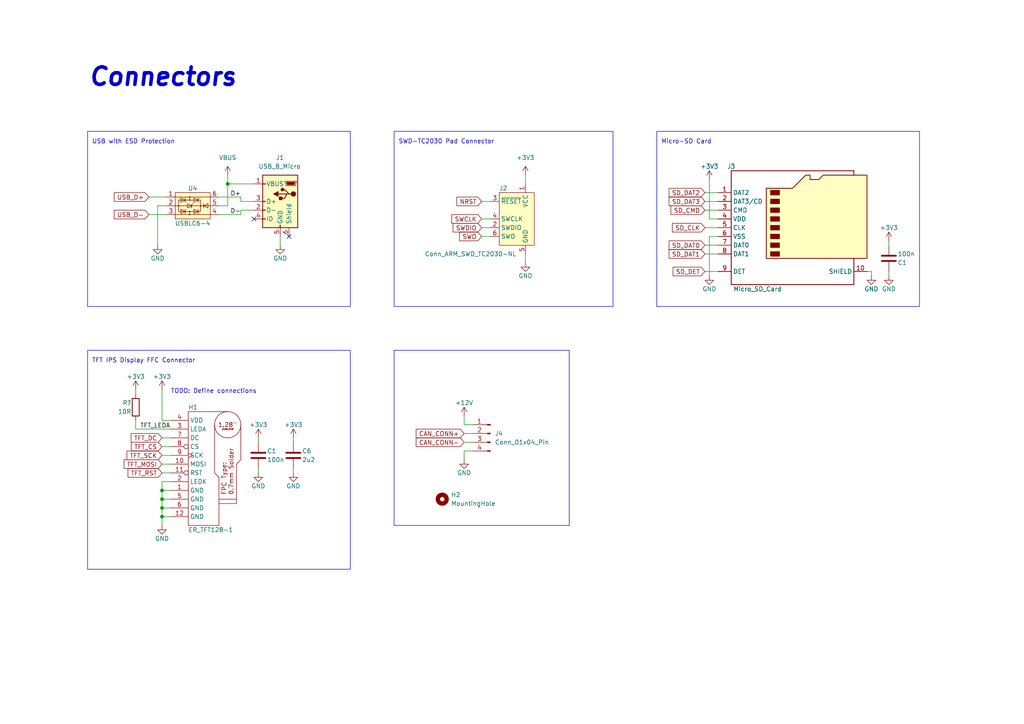
<source format=kicad_sch>
(kicad_sch (version 20230121) (generator eeschema)
  (paper "A4")
  (title_block (date "2023-08-02") (rev "R1") (company "s-grundner"))
  (lib_symbols
    (symbol "Connector:Conn_01x04_Pin" (pin_names (offset 1.016) hide)
      (property "Reference" "J" (at 0 5.08 0))
      (property "Value" "Conn_01x04_Pin" (at 0 -7.62 0))
      (symbol "Conn_01x04_Pin_1_1"
        (polyline (pts (xy 1.27 -5.08) (xy 0.8636 -5.08)) (stroke (width 0.1524)))
        (polyline (pts (xy 1.27 -2.54) (xy 0.8636 -2.54)) (stroke (width 0.1524)))
        (polyline (pts (xy 1.27 0) (xy 0.8636 0)) (stroke (width 0.1524)))
        (polyline (pts (xy 1.27 2.54) (xy 0.8636 2.54)) (stroke (width 0.1524)))
        (rectangle (start 0.8636 -4.953) (end 0 -5.207) (stroke (width 0.1524)) (fill (type outline)))
        (rectangle (start 0.8636 -2.413) (end 0 -2.667) (stroke (width 0.1524)) (fill (type outline)))
        (rectangle (start 0.8636 0.127) (end 0 -0.127) (stroke (width 0.1524)) (fill (type outline)))
        (rectangle (start 0.8636 2.667) (end 0 2.413) (stroke (width 0.1524)) (fill (type outline)))
        (pin passive line (at 5.08 2.54 180) (length 3.81) (name "Pin_1") (number "1"))
        (pin passive line (at 5.08 0 180) (length 3.81) (name "Pin_2") (number "2"))
        (pin passive line (at 5.08 -2.54 180) (length 3.81) (name "Pin_3") (number "3"))
        (pin passive line (at 5.08 -5.08 180) (length 3.81) (name "Pin_4") (number "4"))
      )
    )
    (symbol "Connector:Conn_ARM_SWD_TagConnect_TC2030-NL" (in_bom no)
      (property "Reference" "J" (at 2.54 11.43 0))
      (property "Value" "Conn_ARM_SWD_TagConnect_TC2030-NL" (at 2.54 8.89 0))
      (symbol "Conn_ARM_SWD_TagConnect_TC2030-NL_0_0"
        (pin power_in line (at -2.54 10.16 270) (length 2.54) (name "VCC") (number "1"))
        (pin bidirectional line (at 7.62 -2.54 180) (length 2.54) (name "SWDIO") (number "2"))
        (pin open_collector line (at 7.62 5.08 180) (length 2.54) (name "~{RESET}") (number "3"))
        (pin output line (at 7.62 0 180) (length 2.54) (name "SWCLK") (number "4"))
        (pin power_in line (at -2.54 -10.16 90) (length 2.54) (name "GND") (number "5"))
        (pin input line (at 7.62 -5.08 180) (length 2.54) (name "SWO") (number "6"))
      )
      (symbol "Conn_ARM_SWD_TagConnect_TC2030-NL_0_1"
        (rectangle (start -5.08 7.62) (end 5.08 -7.62) (fill (type background)))
      )
    )
    (symbol "Connector:Micro_SD_Card_Det1"
      (property "Reference" "J" (at -16.51 17.78 0))
      (property "Value" "Micro_SD_Card_Det1" (at 16.51 17.78 0))
      (property "LCSC Part #" "C428492" (at 0 0 0))
      (symbol "Micro_SD_Card_Det1_0_1"
        (rectangle (start -7.62 -6.985) (end -5.08 -8.255) (stroke (width 0.254)) (fill (type outline)))
        (rectangle (start -7.62 -4.445) (end -5.08 -5.715) (stroke (width 0.254)) (fill (type outline)))
        (rectangle (start -7.62 -1.905) (end -5.08 -3.175) (stroke (width 0.254)) (fill (type outline)))
        (rectangle (start -7.62 0.635) (end -5.08 -0.635) (stroke (width 0.254)) (fill (type outline)))
        (rectangle (start -7.62 3.175) (end -5.08 1.905) (stroke (width 0.254)) (fill (type outline)))
        (rectangle (start -7.62 5.715) (end -5.08 4.445) (stroke (width 0.254)) (fill (type outline)))
        (rectangle (start -7.62 8.255) (end -5.08 6.985) (stroke (width 0.254)) (fill (type outline)))
        (rectangle (start -7.62 10.795) (end -5.08 9.525) (stroke (width 0.254)) (fill (type outline)))
        (polyline (pts (xy 16.51 15.24) (xy 16.51 16.51) (xy -19.05 16.51) (xy -19.05 -16.51) (xy 16.51 -16.51) (xy 16.51 -8.89)) (stroke (width 0.254)))
        (polyline (pts (xy -8.89 -8.89) (xy -8.89 11.43) (xy -1.27 11.43) (xy 2.54 15.24) (xy 3.81 15.24) (xy 3.81 13.97) (xy 6.35 13.97) (xy 7.62 15.24) (xy 20.32 15.24) (xy 20.32 -8.89) (xy -8.89 -8.89)) (stroke (width 0.254)) (fill (type background)))
      )
      (symbol "Micro_SD_Card_Det1_1_1"
        (pin bidirectional line (at -22.86 10.16 0) (length 3.81) (name "DAT2") (number "1"))
        (pin passive line (at 20.32 -12.7 180) (length 3.81) (name "SHIELD") (number "10"))
        (pin bidirectional line (at -22.86 7.62 0) (length 3.81) (name "DAT3/CD") (number "2"))
        (pin input line (at -22.86 5.08 0) (length 3.81) (name "CMD") (number "3"))
        (pin power_in line (at -22.86 2.54 0) (length 3.81) (name "VDD") (number "4"))
        (pin input line (at -22.86 0 0) (length 3.81) (name "CLK") (number "5"))
        (pin power_in line (at -22.86 -2.54 0) (length 3.81) (name "VSS") (number "6"))
        (pin bidirectional line (at -22.86 -5.08 0) (length 3.81) (name "DAT0") (number "7"))
        (pin bidirectional line (at -22.86 -7.62 0) (length 3.81) (name "DAT1") (number "8"))
        (pin passive line (at -22.86 -12.7 0) (length 3.81) (name "DET") (number "9"))
      )
    )
    (symbol "Connector:USB_B_Micro" (pin_names (offset 1.016))
      (property "Reference" "J" (at -5.08 11.43 0))
      (property "Value" "USB_B_Micro" (at -5.08 8.89 0))
      (symbol "USB_B_Micro_0_1"
        (rectangle (start -5.08 -7.62) (end 5.08 7.62) (stroke (width 0.254)) (fill (type background)))
        (circle (center -3.81 2.159) (radius 0.635) (stroke (width 0.254)) (fill (type outline)))
        (circle (center -0.635 3.429) (radius 0.381) (stroke (width 0.254)) (fill (type outline)))
        (rectangle (start -0.127 -7.62) (end 0.127 -6.858))
        (polyline (pts (xy -1.905 2.159) (xy 0.635 2.159)) (stroke (width 0.254)))
        (polyline (pts (xy -3.175 2.159) (xy -2.54 2.159) (xy -1.27 3.429) (xy -0.635 3.429)) (stroke (width 0.254)))
        (polyline (pts (xy -2.54 2.159) (xy -1.905 2.159) (xy -1.27 0.889) (xy 0 0.889)) (stroke (width 0.254)))
        (polyline (pts (xy 0.635 2.794) (xy 0.635 1.524) (xy 1.905 2.159) (xy 0.635 2.794)) (stroke (width 0.254)) (fill (type outline)))
        (polyline (pts (xy -4.318 5.588) (xy -1.778 5.588) (xy -2.032 4.826) (xy -4.064 4.826) (xy -4.318 5.588)) (fill (type outline)))
        (polyline (pts (xy -4.699 5.842) (xy -4.699 5.588) (xy -4.445 4.826) (xy -4.445 4.572) (xy -1.651 4.572) (xy -1.651 4.826) (xy -1.397 5.588) (xy -1.397 5.842) (xy -4.699 5.842)))
        (rectangle (start 0.254 1.27) (end -0.508 0.508) (stroke (width 0.254)) (fill (type outline)))
        (rectangle (start 5.08 -5.207) (end 4.318 -4.953))
        (rectangle (start 5.08 -2.667) (end 4.318 -2.413))
        (rectangle (start 5.08 -0.127) (end 4.318 0.127))
        (rectangle (start 5.08 4.953) (end 4.318 5.207))
      )
      (symbol "USB_B_Micro_1_1"
        (pin power_out line (at 7.62 5.08 180) (length 2.54) (name "VBUS") (number "1"))
        (pin bidirectional line (at 7.62 -2.54 180) (length 2.54) (name "D-") (number "2"))
        (pin bidirectional line (at 7.62 0 180) (length 2.54) (name "D+") (number "3"))
        (pin passive line (at 7.62 -5.08 180) (length 2.54) (name "ID") (number "4"))
        (pin power_out line (at 0 -10.16 90) (length 2.54) (name "GND") (number "5"))
        (pin passive line (at -2.54 -10.16 90) (length 2.54) (name "Shield") (number "6"))
      )
    )
    (symbol "Device:C" (pin_numbers hide) (pin_names (offset 0.254))
      (property "Reference" "C" (at 0.635 2.54 0))
      (property "Value" "C" (at 0.635 -2.54 0))
      (symbol "C_0_1"
        (polyline (pts (xy -2.032 -0.762) (xy 2.032 -0.762)) (stroke (width 0.508)))
        (polyline (pts (xy -2.032 0.762) (xy 2.032 0.762)) (stroke (width 0.508)))
      )
      (symbol "C_1_1"
        (pin passive line (at 0 3.81 270) (length 2.794) (name "~") (number "1"))
        (pin passive line (at 0 -3.81 90) (length 2.794) (name "~") (number "2"))
      )
    )
    (symbol "Device:R" (pin_numbers hide) (pin_names (offset 0))
      (property "Reference" "R" (at 2.032 0 90))
      (property "Value" "R" (at 0 0 90))
      (symbol "R_0_1"
        (rectangle (start -1.016 -2.54) (end 1.016 2.54) (stroke (width 0.254)))
      )
      (symbol "R_1_1"
        (pin passive line (at 0 3.81 270) (length 1.27) (name "~") (number "1"))
        (pin passive line (at 0 -3.81 90) (length 1.27) (name "~") (number "2"))
      )
    )
    (symbol "Display_Graphic:ER_TFT128-1"
      (property "Reference" "H" (at 10.16 1.27 0))
      (property "Value" "ER_TFT128-1" (at 10.16 -35.56 0))
      (symbol "ER_TFT128-1_0_0"
        (text "" (at 21.59 -15.24 0) (effects (font (size 1.27 1.27))))
      )
      (symbol "ER_TFT128-1_0_1"
        (polyline (pts (xy 19.05 -26.67) (xy 19.05 -15.24)))
        (polyline (pts (xy 19.05 -15.24) (xy 20.32 -13.97) (xy 20.32 -3.81)))
        (circle (center 16.51 -3.81) (radius 3.81))
      )
      (symbol "ER_TFT128-1_1_1"
        (polyline (pts (xy 13.97 -26.67) (xy 19.05 -26.67)) (fill (type outline)))
        (polyline (pts (xy 16.51 0) (xy 5.08 0)))
        (polyline (pts (xy 17.78 0) (xy 17.78 0)))
        (polyline (pts (xy 19.05 -25.4) (xy 13.97 -25.4)))
        (polyline (pts (xy 12.7 -3.81) (xy 12.7 -17.78) (xy 13.97 -19.05)))
        (polyline (pts (xy 5.08 0) (xy 5.08 -33.02) (xy 13.97 -33.02) (xy 13.97 -19.05)))
        (text "1.28''" (at 16.51 -3.81 0) (effects (font (size 1.27 1.27))))
        (text "240x240" (at 16.51 -5.08 0) (effects (font (size 0.508 0.508))))
        (text "FPC Type:\n0.7mm Solder\n" (at 16.51 -24.13 900) (effects (font (size 1.27 1.27)) (justify left)))
        (pin passive line (at 0 -22.86 0) (length 5.08) (name "GND") (number "1"))
        (pin passive line (at 0 -15.24 0) (length 5.08) (name "MOSI") (number "10"))
        (pin passive inverted (at 0 -17.78 0) (length 5.08) (name "RST") (number "11"))
        (pin passive line (at 0 -30.48 0) (length 5.08) (name "GND") (number "12"))
        (pin passive line (at 0 -20.32 0) (length 5.08) (name "LEDK") (number "2"))
        (pin passive line (at 0 -5.08 0) (length 5.08) (name "LEDA") (number "3"))
        (pin passive line (at 0 -2.54 0) (length 5.08) (name "VDD") (number "4"))
        (pin passive line (at 0 -25.4 0) (length 5.08) (name "GND") (number "5"))
        (pin passive line (at 0 -27.94 0) (length 5.08) (name "GND") (number "6"))
        (pin passive line (at 0 -7.62 0) (length 5.08) (name "DC") (number "7"))
        (pin passive inverted (at 0 -10.16 0) (length 5.08) (name "CS") (number "8"))
        (pin passive clock (at 0 -12.7 0) (length 5.08) (name "SCK") (number "9"))
      )
    )
    (symbol "Mechanical:MountingHole" (pin_names (offset 1.016))
      (property "Reference" "H" (at 0 5.08 0))
      (property "Value" "MountingHole" (at 0 3.175 0))
      (symbol "MountingHole_0_1"
        (circle (center 0 0) (radius 1.27) (stroke (width 1.27)))
      )
    )
    (symbol "Power_Protection:WE-TVS-82400102"
      (property "Reference" "U" (at 0 7.62 0))
      (property "Value" "WE-TVS-82400102" (at 0 5.08 0))
      (symbol "WE-TVS-82400102_0_1"
        (rectangle (start -5.08 3.81) (end 5.08 -3.81) (fill (type background)))
        (circle (center -4.064 0) (radius 0.127))
        (rectangle (start -4.064 1.651) (end 2.286 -1.651))
        (circle (center -0.889 -2.54) (radius 0.127))
        (circle (center -0.889 -1.651) (radius 0.127))
        (circle (center -0.889 1.651) (radius 0.127))
        (circle (center -0.889 2.54) (radius 0.127))
        (polyline (pts (xy -5.08 -2.54) (xy 5.08 -2.54)))
        (polyline (pts (xy -5.08 2.54) (xy 5.08 2.54)))
        (polyline (pts (xy -4.064 0) (xy -5.08 0)))
        (polyline (pts (xy -4.064 0) (xy 2.286 0)) (fill (type outline)))
        (polyline (pts (xy -2.159 -1.016) (xy -2.159 -2.286)))
        (polyline (pts (xy -2.159 2.286) (xy -2.159 1.016)))
        (polyline (pts (xy -0.889 -1.651) (xy -0.889 -2.413)))
        (polyline (pts (xy -0.889 1.651) (xy -0.889 2.54)))
        (polyline (pts (xy -0.508 -0.635) (xy -0.508 -0.635)))
        (polyline (pts (xy 1.651 -1.016) (xy 1.651 -2.286)))
        (polyline (pts (xy 1.651 2.286) (xy 1.651 1.016)))
        (polyline (pts (xy 2.286 0) (xy 5.08 0)))
        (polyline (pts (xy -3.429 -1.016) (xy -3.429 -2.286) (xy -2.159 -1.651) (xy -3.429 -1.016)))
        (polyline (pts (xy -3.429 1.016) (xy -3.429 2.286) (xy -2.159 1.651) (xy -3.429 1.016)))
        (polyline (pts (xy 0 0.635) (xy -0.254 0.381) (xy -0.254 -0.381) (xy -0.508 -0.635)))
        (polyline (pts (xy 0.381 -1.016) (xy 0.381 -2.286) (xy 1.651 -1.651) (xy 0.381 -1.016)))
        (polyline (pts (xy 0.381 1.016) (xy 0.381 2.286) (xy 1.651 1.651) (xy 0.381 1.016)))
        (circle (center 2.286 0) (radius 0.127))
      )
      (symbol "WE-TVS-82400102_1_1"
        (polyline (pts (xy 3.175 0.635) (xy 3.175 -0.635)))
        (polyline (pts (xy -1.524 0.635) (xy -1.524 -0.635) (xy -0.254 0) (xy -1.524 0.635)))
        (polyline (pts (xy 4.445 0.635) (xy 4.445 -0.635) (xy 3.175 0) (xy 4.445 0.635)))
        (pin passive line (at -7.62 2.54 0) (length 2.54) (name "~") (number "1"))
        (pin passive line (at -7.62 0 0) (length 2.54) (name "~") (number "2"))
        (pin passive line (at -7.62 -2.54 0) (length 2.54) (name "~") (number "3"))
        (pin passive line (at 7.62 -2.54 180) (length 2.54) (name "~") (number "4"))
        (pin passive line (at 7.62 0 180) (length 2.54) (name "~") (number "5"))
        (pin passive line (at 7.62 2.54 180) (length 2.54) (name "~") (number "6"))
      )
    )
    (symbol "power:+12V" (power) (pin_names (offset 0))
      (property "Value" "+12V" (at 0 3.556 0))
      (symbol "+12V_0_1"
        (polyline (pts (xy -0.762 1.27) (xy 0 2.54)))
        (polyline (pts (xy 0 0) (xy 0 2.54)))
        (polyline (pts (xy 0 2.54) (xy 0.762 1.27)))
      )
      (symbol "+12V_1_1"
        (pin power_in line (at 0 0 90) (length 0) hide (name "+12V") (number "1"))
      )
    )
    (symbol "power:+3V3" (power) (pin_names (offset 0))
      (property "Value" "+3V3" (at 0 3.556 0))
      (symbol "+3V3_0_1"
        (polyline (pts (xy -0.762 1.27) (xy 0 2.54)))
        (polyline (pts (xy 0 0) (xy 0 2.54)))
        (polyline (pts (xy 0 2.54) (xy 0.762 1.27)))
      )
      (symbol "+3V3_1_1"
        (pin power_in line (at 0 0 90) (length 0) hide (name "+3V3") (number "1"))
      )
    )
    (symbol "power:GND" (power) (pin_names (offset 0))
      (property "Value" "GND" (at 0 -3.81 0))
      (symbol "GND_0_1"
        (polyline (pts (xy 0 0) (xy 0 -1.27) (xy 1.27 -1.27) (xy 0 -2.54) (xy -1.27 -1.27) (xy 0 -1.27)))
      )
      (symbol "GND_1_1"
        (pin power_in line (at 0 0 270) (length 0) hide (name "GND") (number "1"))
      )
    )
    (symbol "power:VBUS" (power) (pin_names (offset 0))
      (property "Value" "VBUS" (at 0 3.81 0))
      (symbol "VBUS_0_1"
        (polyline (pts (xy -0.762 1.27) (xy 0 2.54)))
        (polyline (pts (xy 0 0) (xy 0 2.54)))
        (polyline (pts (xy 0 2.54) (xy 0.762 1.27)))
      )
      (symbol "VBUS_1_1"
        (pin power_in line (at 0 0 90) (length 0) hide (name "VBUS") (number "1"))
      )
    )
  )
  (junction (at 46.99 149.86))
  (junction (at 66.04 53.34))
  (junction (at 46.99 144.78))
  (junction (at 46.99 147.32))
  (junction (at 46.99 142.24))
  (no_connect (at 73.66 63.5))
  (no_connect (at 83.82 68.58))
  (wire (pts (xy 46.99 139.7) (xy 46.99 142.24)))
  (wire (pts (xy 139.7 63.5) (xy 142.24 63.5)))
  (wire (pts (xy 152.4 73.66) (xy 152.4 76.2)))
  (wire (pts (xy 46.99 134.62) (xy 49.53 134.62)))
  (wire (pts (xy 134.62 128.27) (xy 137.16 128.27)))
  (wire (pts (xy 66.04 59.69) (xy 66.04 53.34)))
  (wire (pts (xy 39.37 124.46) (xy 49.53 124.46)))
  (wire (pts (xy 257.81 80.01) (xy 257.81 78.74)))
  (wire (pts (xy 134.62 125.73) (xy 137.16 125.73)))
  (wire (pts (xy 46.99 149.86) (xy 46.99 152.4)))
  (wire (pts (xy 46.99 113.03) (xy 46.99 121.92)))
  (wire (pts (xy 139.7 66.04) (xy 142.24 66.04)))
  (wire (pts (xy 204.47 55.88) (xy 208.28 55.88)))
  (wire (pts (xy 134.62 120.65) (xy 134.62 123.19)))
  (wire (pts (xy 85.09 137.16) (xy 85.09 135.89)))
  (wire (pts (xy 63.5 62.23) (xy 69.85 62.23)))
  (wire (pts (xy 204.47 78.74) (xy 208.28 78.74)))
  (wire (pts (xy 134.62 123.19) (xy 137.16 123.19)))
  (wire (pts (xy 85.09 127) (xy 85.09 128.27)))
  (wire (pts (xy 139.7 68.58) (xy 142.24 68.58)))
  (wire (pts (xy 204.47 73.66) (xy 208.28 73.66)))
  (wire (pts (xy 46.99 144.78) (xy 46.99 147.32)))
  (wire (pts (xy 204.47 71.12) (xy 208.28 71.12)))
  (wire (pts (xy 46.99 142.24) (xy 46.99 144.78)))
  (wire (pts (xy 49.53 121.92) (xy 46.99 121.92)))
  (wire (pts (xy 139.7 58.42) (xy 142.24 58.42)))
  (wire (pts (xy 74.93 127) (xy 74.93 128.27)))
  (wire (pts (xy 69.85 57.15) (xy 69.85 58.42)))
  (wire (pts (xy 81.28 71.12) (xy 81.28 68.58)))
  (wire (pts (xy 152.4 50.8) (xy 152.4 53.34)))
  (wire (pts (xy 208.28 63.5) (xy 205.74 63.5)))
  (wire (pts (xy 134.62 130.81) (xy 137.16 130.81)))
  (wire (pts (xy 205.74 68.58) (xy 205.74 80.01)))
  (wire (pts (xy 251.46 78.74) (xy 252.73 78.74)))
  (wire (pts (xy 46.99 129.54) (xy 49.53 129.54)))
  (wire (pts (xy 252.73 78.74) (xy 252.73 80.01)))
  (wire (pts (xy 43.18 62.23) (xy 48.26 62.23)))
  (wire (pts (xy 39.37 113.03) (xy 39.37 114.3)))
  (wire (pts (xy 49.53 142.24) (xy 46.99 142.24)))
  (wire (pts (xy 69.85 58.42) (xy 73.66 58.42)))
  (wire (pts (xy 204.47 66.04) (xy 208.28 66.04)))
  (wire (pts (xy 46.99 147.32) (xy 49.53 147.32)))
  (wire (pts (xy 46.99 137.16) (xy 49.53 137.16)))
  (wire (pts (xy 66.04 50.8) (xy 66.04 53.34)))
  (wire (pts (xy 204.47 58.42) (xy 208.28 58.42)))
  (wire (pts (xy 74.93 137.16) (xy 74.93 135.89)))
  (wire (pts (xy 43.18 57.15) (xy 48.26 57.15)))
  (wire (pts (xy 45.72 59.69) (xy 45.72 71.12)))
  (wire (pts (xy 204.47 60.96) (xy 208.28 60.96)))
  (wire (pts (xy 39.37 124.46) (xy 39.37 121.92)))
  (wire (pts (xy 49.53 139.7) (xy 46.99 139.7)))
  (wire (pts (xy 48.26 59.69) (xy 45.72 59.69)))
  (wire (pts (xy 208.28 68.58) (xy 205.74 68.58)))
  (wire (pts (xy 69.85 62.23) (xy 69.85 60.96)))
  (wire (pts (xy 134.62 130.81) (xy 134.62 133.35)))
  (wire (pts (xy 205.74 52.07) (xy 205.74 63.5)))
  (wire (pts (xy 69.85 60.96) (xy 73.66 60.96)))
  (wire (pts (xy 46.99 144.78) (xy 49.53 144.78)))
  (wire (pts (xy 46.99 132.08) (xy 49.53 132.08)))
  (wire (pts (xy 63.5 57.15) (xy 69.85 57.15)))
  (wire (pts (xy 46.99 127) (xy 49.53 127)))
  (wire (pts (xy 257.81 71.12) (xy 257.81 69.85)))
  (wire (pts (xy 66.04 53.34) (xy 73.66 53.34)))
  (wire (pts (xy 46.99 147.32) (xy 46.99 149.86)))
  (wire (pts (xy 63.5 59.69) (xy 66.04 59.69)))
  (wire (pts (xy 46.99 149.86) (xy 49.53 149.86)))
  (rectangle (start 114.3 38.1) (end 177.8 88.9))
  (rectangle (start 114.3 101.6) (end 165.1 152.4))
  (rectangle (start 190.5 38.1) (end 266.7 88.9))
  (rectangle (start 25.4 101.6) (end 101.6 165.1))
  (rectangle (start 25.4 38.1) (end 101.6 88.9))
  (text "TFT IPS Display FFC Connector" (at 26.67 105.41 0) (effects (font (size 1.27 1.27)) (justify left bottom)))
  (text "SWD-TC2030 Pad Connector\n" (at 115.57 41.91 0) (effects (font (size 1.27 1.27)) (justify left bottom)))
  (text "Micro-SD Card\n" (at 191.77 41.91 0) (effects (font (size 1.27 1.27)) (justify left bottom)))
  (text "TODO: Define connections" (at 49.53 114.3 0) (effects (font (size 1.27 1.27)) (justify left bottom)))
  (text "Connectors" (at 25.4 25.4 0) (effects (font (size 5.08 5.08) (thickness 1.016) bold italic) (justify left bottom)))
  (text "USB with ESD Protection\n" (at 26.67 41.91 0) (effects (font (size 1.27 1.27)) (justify left bottom)))
  (label "TFT_LEDA" (at 40.64 124.46 0))
  (label "D+" (at 69.85 57.15 180))
  (label "D-" (at 69.85 62.23 180))
  (global_label "TFT_DC" (shape input) (at 46.99 127 180) (property "Intersheetrefs" "${INTERSHEET_REFS}" (effects hide)))
  (global_label "CAN_CONN+" (shape input) (at 134.62 125.73 180) (property "Intersheetrefs" "${INTERSHEET_REFS}" (effects hide)))
  (global_label "SD_DET" (shape input) (at 204.47 78.74 180) (property "Intersheetrefs" "${INTERSHEET_REFS}" (effects hide)))
  (global_label "SD_DAT2" (shape input) (at 204.47 55.88 180) (property "Intersheetrefs" "${INTERSHEET_REFS}" (effects hide)))
  (global_label "SD_DAT3" (shape input) (at 204.47 58.42 180) (property "Intersheetrefs" "${INTERSHEET_REFS}" (effects hide)))
  (global_label "NRST" (shape input) (at 139.7 58.42 180) (property "Intersheetrefs" "${INTERSHEET_REFS}" (effects hide)))
  (global_label "USB_D-" (shape input) (at 43.18 62.23 180) (property "Intersheetrefs" "${INTERSHEET_REFS}" (effects hide)))
  (global_label "SD_CMD" (shape input) (at 204.47 60.96 180) (property "Intersheetrefs" "${INTERSHEET_REFS}" (effects hide)))
  (global_label "TFT_MOSI" (shape input) (at 46.99 134.62 180) (property "Intersheetrefs" "${INTERSHEET_REFS}" (effects hide)))
  (global_label "SWCLK" (shape input) (at 139.7 63.5 180) (property "Intersheetrefs" "${INTERSHEET_REFS}" (effects hide)))
  (global_label "SWDIO" (shape input) (at 139.7 66.04 180) (property "Intersheetrefs" "${INTERSHEET_REFS}" (effects hide)))
  (global_label "TFT_SCK" (shape input) (at 46.99 132.08 180) (property "Intersheetrefs" "${INTERSHEET_REFS}" (effects hide)))
  (global_label "SWO" (shape input) (at 139.7 68.58 180) (property "Intersheetrefs" "${INTERSHEET_REFS}" (effects hide)))
  (global_label "TFT_CS" (shape input) (at 46.99 129.54 180) (property "Intersheetrefs" "${INTERSHEET_REFS}" (effects hide)))
  (global_label "USB_D+" (shape input) (at 43.18 57.15 180) (property "Intersheetrefs" "${INTERSHEET_REFS}" (effects hide)))
  (global_label "SD_DAT0" (shape input) (at 204.47 71.12 180) (property "Intersheetrefs" "${INTERSHEET_REFS}" (effects hide)))
  (global_label "SD_CLK" (shape input) (at 204.47 66.04 180) (property "Intersheetrefs" "${INTERSHEET_REFS}" (effects hide)))
  (global_label "SD_DAT1" (shape input) (at 204.47 73.66 180) (property "Intersheetrefs" "${INTERSHEET_REFS}" (effects hide)))
  (global_label "CAN_CONN-" (shape input) (at 134.62 128.27 180) (property "Intersheetrefs" "${INTERSHEET_REFS}" (effects hide)))
  (global_label "TFT_RST" (shape input) (at 46.99 137.16 180) (property "Intersheetrefs" "${INTERSHEET_REFS}" (effects hide)))
  (symbol (lib_id "power:+3V3") (at 152.4 50.8 0) (unit 1)
    (property "Reference" "#PWR07" (effects hide))
    (property "Value" "+3V3" (at 152.4 45.72 0))
    (instances (project "STM32F4_HexGauge_V3" (path "" (reference "#PWR07") (unit 1)) (path "" (reference "#PWR041") (unit 1))))
  )
  (symbol (lib_id "power:GND") (at 205.74 80.01 0) (unit 1)
    (property "Reference" "#PWR06" (effects hide))
    (property "Value" "GND" (at 205.74 83.82 0))
    (instances (project "STM32F4_HexGauge_V3" (path "" (reference "#PWR06") (unit 1)) (path "" (reference "#PWR047") (unit 1))))
  )
  (symbol (lib_id "power:+3V3") (at 85.09 127 0) (unit 1)
    (property "Reference" "#PWR054" (effects hide))
    (property "Value" "+3V3" (at 85.09 123.19 0))
  )
  (symbol (lib_id "power:+3V3") (at 205.74 52.07 0) (unit 1)
    (property "Reference" "#PWR07" (effects hide))
    (property "Value" "+3V3" (at 205.74 48.26 0))
    (instances (project "STM32F4_HexGauge_V3" (path "" (reference "#PWR07") (unit 1)) (path "" (reference "#PWR042") (unit 1))))
  )
  (symbol (lib_id "power:GND") (at 81.28 71.12 0) (unit 1)
    (property "Reference" "#PWR09" (effects hide))
    (property "Value" "GND" (at 81.28 74.93 0))
    (instances (project "STM32F4_HexGauge_V3" (path "" (reference "#PWR09") (unit 1)) (path "" (reference "#PWR045") (unit 1))))
  )
  (symbol (lib_id "power:+3V3") (at 257.81 69.85 0) (unit 1)
    (property "Reference" "#PWR07" (effects hide))
    (property "Value" "+3V3" (at 257.81 66.04 0))
    (instances (project "STM32F4_HexGauge_V3" (path "" (reference "#PWR07") (unit 1)) (path "" (reference "#PWR043") (unit 1))))
  )
  (symbol (lib_id "power:+3V3") (at 46.99 113.03 0) (unit 1)
    (property "Reference" "#PWR051" (effects hide))
    (property "Value" "+3V3" (at 46.99 109.22 0))
  )
  (symbol (lib_id "power:GND") (at 45.72 71.12 0) (unit 1)
    (property "Reference" "#PWR06" (effects hide))
    (property "Value" "GND" (at 45.72 74.93 0))
    (instances (project "STM32F4_HexGauge_V3" (path "" (reference "#PWR06") (unit 1)) (path "" (reference "#PWR044") (unit 1))))
  )
  (symbol (lib_id "Device:C") (at 257.81 74.93 0) (unit 1)
    (property "Reference" "C1" (at 260.35 76.2 0) (effects (justify left)))
    (property "Value" "100n" (at 260.35 73.66 0) (effects (justify left)))
    (property "Footprint" "Capacitor_SMD:C_0805_2012Metric_Pad1.18x1.45mm_HandSolder" (effects hide))
    (instances (project "STM32F4_HexGauge_V3" (path "" (reference "C1") (unit 1)) (path "" (reference "C6") (unit 1)) (path "" (reference "C12") (unit 1)) (path "" (reference "C27") (unit 1))))
  )
  (symbol (lib_id "power:GND") (at 257.81 80.01 0) (unit 1)
    (property "Reference" "#PWR06" (effects hide))
    (property "Value" "GND" (at 257.81 83.82 0))
    (instances (project "STM32F4_HexGauge_V3" (path "" (reference "#PWR06") (unit 1)) (path "" (reference "#PWR049") (unit 1))))
  )
  (symbol (lib_id "power:+12V") (at 134.62 120.65 0) (unit 1)
    (property "Reference" "#PWR052" (effects hide))
    (property "Value" "+12V" (at 134.62 116.84 0))
  )
  (symbol (lib_id "Connector:USB_B_Micro") (at 81.28 58.42 0) (mirror y) (unit 1)
    (property "Reference" "J1" (at 80.01 45.72 0) (effects (justify right)))
    (property "Value" "USB_B_Micro" (at 74.93 48.26 0) (effects (justify right)))
    (property "Footprint" "Connector_USB:USB_Micro-B_XKB_U254-051T-4BH83-F1S" (effects hide))
    (property "Datasheet" "https://datasheet.lcsc.com/lcsc/2206091745_XKB-Connectivity-U254-051T-4BH83-F1S_C397452.pdf" (effects hide))
    (property "LCSC Part #" "C397452" (effects hide))
  )
  (symbol (lib_id "Device:C") (at 85.09 132.08 0) (unit 1)
    (property "Reference" "C6" (at 87.63 130.81 0) (effects (justify left)))
    (property "Value" "2u2" (at 87.63 133.35 0) (effects (justify left)))
    (property "Footprint" "Capacitor_SMD:C_0805_2012Metric_Pad1.18x1.45mm_HandSolder" (effects hide))
    (instances (project "STM32F4_HexGauge_V3" (path "" (reference "C6") (unit 1)) (path "" (reference "C1") (unit 1)) (path "" (reference "C11") (unit 1)) (path "" (reference "C29") (unit 1))))
  )
  (symbol (lib_id "power:GND") (at 85.09 137.16 0) (unit 1)
    (property "Reference" "#PWR057" (effects hide))
    (property "Value" "GND" (at 85.09 140.97 0))
  )
  (symbol (lib_id "Device:R") (at 39.37 118.11 0) (unit 1)
    (property "Reference" "R?" (at 38.1 116.84 0) (effects (justify right)))
    (property "Value" "10R" (at 38.1 119.38 0) (effects (justify right)))
    (property "Footprint" "Resistor_SMD:R_0805_2012Metric_Pad1.20x1.40mm_HandSolder" (effects hide))
    (instances (project "CTN" (path "" (reference "R?") (unit 1))) (project "STM32F4_HexGauge_V3" (path "" (reference "R17") (unit 1))) (project "FastHexGauge" (path "" (reference "R4") (unit 1)) (path "" (reference "R6") (unit 1))))
  )
  (symbol (lib_id "Device:C") (at 74.93 132.08 0) (unit 1)
    (property "Reference" "C1" (at 77.47 130.81 0) (effects (justify left)))
    (property "Value" "100n" (at 77.47 133.35 0) (effects (justify left)))
    (property "Footprint" "Capacitor_SMD:C_0805_2012Metric_Pad1.18x1.45mm_HandSolder" (effects hide))
    (instances (project "STM32F4_HexGauge_V3" (path "" (reference "C1") (unit 1)) (path "" (reference "C6") (unit 1)) (path "" (reference "C12") (unit 1)) (path "" (reference "C28") (unit 1))))
  )
  (symbol (lib_id "Display_Graphic:ER_TFT128-1") (at 49.53 119.38 0) (unit 1)
    (property "Reference" "H1" (at 54.61 118.11 0) (effects (justify left)))
    (property "Value" "ER_TFT128-1" (at 54.61 153.67 0) (effects (justify left)))
    (property "Footprint" "Display:ER_TFT128-1" (effects hide))
    (property "Datasheet" "https://www.buydisplay.com/download/manual/ER-TFT1.28-1_Datasheet.pdf" (effects hide))
  )
  (symbol (lib_id "power:+3V3") (at 74.93 127 0) (unit 1)
    (property "Reference" "#PWR053" (effects hide))
    (property "Value" "+3V3" (at 74.93 123.19 0))
  )
  (symbol (lib_id "Mechanical:MountingHole") (at 128.27 144.78 0) (unit 1)
    (property "Reference" "H2" (at 130.81 143.51 0) (effects (justify left)))
    (property "Value" "MountingHole" (at 130.81 146.05 0) (effects (justify left)))
    (property "Footprint" "MountingHole:MountingHole_3.2mm_M3_Pad_Via" (effects hide))
  )
  (symbol (lib_id "power:GND") (at 152.4 76.2 0) (unit 1)
    (property "Reference" "#PWR06" (effects hide))
    (property "Value" "GND" (at 152.4 80.01 0))
    (instances (project "STM32F4_HexGauge_V3" (path "" (reference "#PWR06") (unit 1)) (path "" (reference "#PWR046") (unit 1))))
  )
  (symbol (lib_id "Connector:Conn_ARM_SWD_TagConnect_TC2030-NL") (at 149.86 63.5 0) (mirror y) (unit 1) (in_bom no)
    (property "Reference" "J2" (at 144.78 54.61 0) (effects (justify right)))
    (property "Value" "Conn_ARM_SWD_TC2030-NL" (at 123.19 73.66 0) (effects (justify right)))
    (property "Footprint" "Connector:Tag-Connect_TC2030-IDC-NL_2x03_P1.27mm_Vertical" (effects hide))
    (property "Datasheet" "https://www.tag-connect.com/wp-content/uploads/bsk-pdf-manager/TC2030-CTX_1.pdf" (effects hide))
  )
  (symbol (lib_id "power:+3V3") (at 39.37 113.03 0) (unit 1)
    (property "Reference" "#PWR050" (effects hide))
    (property "Value" "+3V3" (at 39.37 109.22 0))
  )
  (symbol (lib_id "Connector:Micro_SD_Card_Det1") (at 231.14 66.04 0) (unit 1)
    (property "Reference" "J3" (at 212.09 48.26 0))
    (property "Value" "Micro_SD_Card" (at 219.71 83.82 0))
    (property "Footprint" "SamacSys_Parts:503398-1892" (effects hide))
    (property "Datasheet" "https://datasheet.lcsc.com/lcsc/1912111437_MOLEX-5033981892_C428492.pdf" (effects hide))
    (property "LCSC Part #" "C428492" (effects hide))
  )
  (symbol (lib_id "power:VBUS") (at 66.04 50.8 0) (unit 1)
    (property "Reference" "#PWR08" (effects hide))
    (property "Value" "VBUS" (at 66.04 45.72 0))
    (instances (project "STM32F4_HexGauge_V3" (path "" (reference "#PWR08") (unit 1)) (path "" (reference "#PWR040") (unit 1))))
  )
  (symbol (lib_id "Power_Protection:WE-TVS-82400102") (at 55.88 59.69 0) (unit 1)
    (property "Reference" "U4" (at 55.88 54.61 0))
    (property "Value" "USBLC6-4" (at 55.88 64.77 0))
    (property "Footprint" "Package_TO_SOT_SMD:SOT-23-6" (effects hide))
    (property "Datasheet" "https://katalog.we-online.de/pbs/datasheet/82400102.pdf" (effects hide))
    (property "LCSC Part #" "C111212" (effects hide))
    (instances (project "STM32F4_HexGauge_V3" (path "" (reference "U4") (unit 1)) (path "" (reference "U6") (unit 1))))
  )
  (symbol (lib_id "Connector:Conn_01x04_Pin") (at 142.24 125.73 0) (mirror y) (unit 1)
    (property "Reference" "J4" (at 143.51 125.73 0) (effects (justify right)))
    (property "Value" "Conn_01x04_Pin" (at 143.51 128.27 0) (effects (justify right)))
    (property "Footprint" "Connector_Molex:Molex_Micro-Latch_53253-0470_1x04_P2.00mm_Vertical" (effects hide))
  )
  (symbol (lib_id "power:GND") (at 46.99 152.4 0) (unit 1)
    (property "Reference" "#PWR058" (effects hide))
    (property "Value" "GND" (at 46.99 156.21 0))
  )
  (symbol (lib_id "power:GND") (at 74.93 137.16 0) (unit 1)
    (property "Reference" "#PWR056" (effects hide))
    (property "Value" "GND" (at 74.93 140.97 0))
  )
  (symbol (lib_id "power:GND") (at 252.73 80.01 0) (unit 1)
    (property "Reference" "#PWR06" (effects hide))
    (property "Value" "GND" (at 252.73 83.82 0))
    (instances (project "STM32F4_HexGauge_V3" (path "" (reference "#PWR06") (unit 1)) (path "" (reference "#PWR048") (unit 1))))
  )
  (symbol (lib_id "power:GND") (at 134.62 133.35 0) (unit 1)
    (property "Reference" "#PWR055" (effects hide))
    (property "Value" "GND" (at 134.62 137.16 0))
  )
)
</source>
